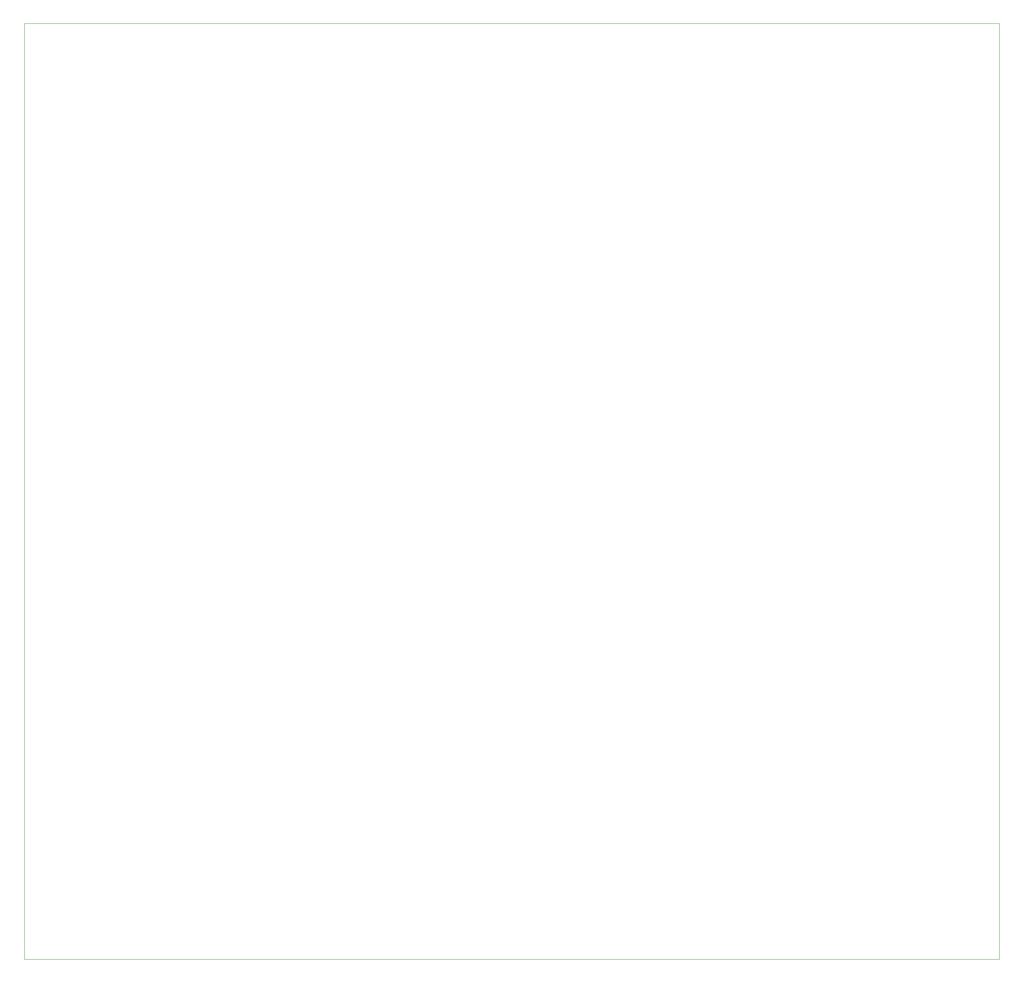
<source format=gm1>
G04 #@! TF.GenerationSoftware,KiCad,Pcbnew,(5.1.9)-1*
G04 #@! TF.CreationDate,2022-01-25T19:13:17-07:00*
G04 #@! TF.ProjectId,Lifting_Mech_PCB_Mount,4c696674-696e-4675-9f4d-6563685f5043,rev?*
G04 #@! TF.SameCoordinates,Original*
G04 #@! TF.FileFunction,Profile,NP*
%FSLAX46Y46*%
G04 Gerber Fmt 4.6, Leading zero omitted, Abs format (unit mm)*
G04 Created by KiCad (PCBNEW (5.1.9)-1) date 2022-01-25 19:13:17*
%MOMM*%
%LPD*%
G01*
G04 APERTURE LIST*
G04 #@! TA.AperFunction,Profile*
%ADD10C,0.150000*%
G04 #@! TD*
G04 APERTURE END LIST*
D10*
X416500000Y0D02*
X416500000Y-400000000D01*
X0Y-400000000D02*
X416500000Y-400000000D01*
X0Y0D02*
X0Y-400000000D01*
X0Y0D02*
X416500000Y0D01*
M02*

</source>
